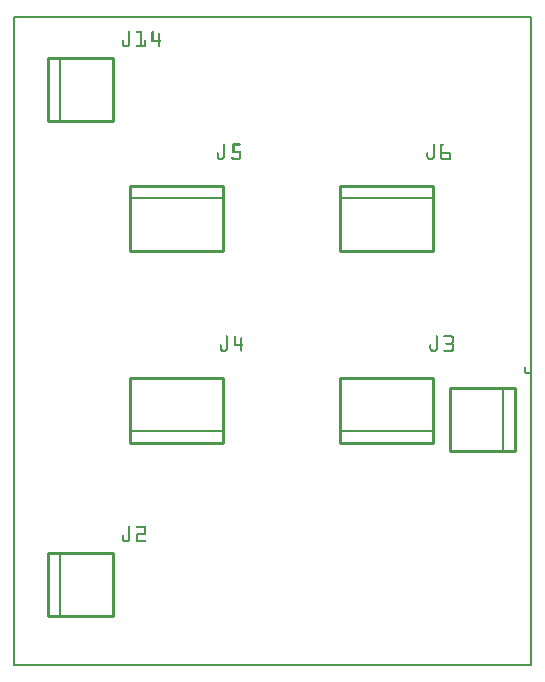
<source format=gto>
G04 MADE WITH FRITZING*
G04 WWW.FRITZING.ORG*
G04 DOUBLE SIDED*
G04 HOLES PLATED*
G04 CONTOUR ON CENTER OF CONTOUR VECTOR*
%ASAXBY*%
%FSLAX23Y23*%
%MOIN*%
%OFA0B0*%
%SFA1.0B1.0*%
%ADD10R,1.732280X2.165350X1.716280X2.149350*%
%ADD11C,0.008000*%
%ADD12C,0.010000*%
%ADD13C,0.005000*%
%ADD14R,0.001000X0.001000*%
%LNSILK1*%
G90*
G70*
G54D11*
X4Y2161D02*
X1728Y2161D01*
X1728Y4D01*
X4Y4D01*
X4Y2161D01*
D02*
G54D12*
X1456Y926D02*
X1456Y716D01*
D02*
X1456Y716D02*
X1672Y716D01*
D02*
X1672Y716D02*
X1672Y926D01*
D02*
X1672Y926D02*
X1456Y926D01*
G54D13*
D02*
X1632Y716D02*
X1632Y926D01*
G54D12*
D02*
X1089Y1383D02*
X1399Y1383D01*
D02*
X1399Y1383D02*
X1399Y1599D01*
D02*
X1399Y1599D02*
X1089Y1599D01*
D02*
X1089Y1599D02*
X1089Y1383D01*
G54D13*
D02*
X1399Y1559D02*
X1089Y1559D01*
G54D12*
D02*
X389Y1383D02*
X699Y1383D01*
D02*
X699Y1383D02*
X699Y1599D01*
D02*
X699Y1599D02*
X389Y1599D01*
D02*
X389Y1599D02*
X389Y1383D01*
G54D13*
D02*
X699Y1559D02*
X389Y1559D01*
G54D12*
D02*
X699Y959D02*
X389Y959D01*
D02*
X389Y959D02*
X389Y743D01*
D02*
X389Y743D02*
X699Y743D01*
D02*
X699Y743D02*
X699Y959D01*
G54D13*
D02*
X389Y783D02*
X699Y783D01*
G54D12*
D02*
X1399Y959D02*
X1089Y959D01*
D02*
X1089Y959D02*
X1089Y743D01*
D02*
X1089Y743D02*
X1399Y743D01*
D02*
X1399Y743D02*
X1399Y959D01*
G54D13*
D02*
X1089Y783D02*
X1399Y783D01*
G54D12*
D02*
X332Y1816D02*
X332Y2026D01*
D02*
X332Y2026D02*
X116Y2026D01*
D02*
X116Y2026D02*
X116Y1816D01*
D02*
X116Y1816D02*
X332Y1816D01*
G54D13*
D02*
X156Y2026D02*
X156Y1816D01*
G54D12*
D02*
X332Y166D02*
X332Y376D01*
D02*
X332Y376D02*
X116Y376D01*
D02*
X116Y376D02*
X116Y166D01*
D02*
X116Y166D02*
X332Y166D01*
G54D13*
D02*
X156Y376D02*
X156Y166D01*
G54D14*
X386Y2115D02*
X389Y2115D01*
X412Y2115D02*
X430Y2115D01*
X464Y2115D02*
X467Y2115D01*
X385Y2114D02*
X390Y2114D01*
X411Y2114D02*
X430Y2114D01*
X463Y2114D02*
X468Y2114D01*
X384Y2113D02*
X390Y2113D01*
X411Y2113D02*
X430Y2113D01*
X462Y2113D02*
X468Y2113D01*
X384Y2112D02*
X390Y2112D01*
X411Y2112D02*
X430Y2112D01*
X462Y2112D02*
X468Y2112D01*
X384Y2111D02*
X390Y2111D01*
X411Y2111D02*
X430Y2111D01*
X462Y2111D02*
X468Y2111D01*
X384Y2110D02*
X390Y2110D01*
X411Y2110D02*
X430Y2110D01*
X462Y2110D02*
X468Y2110D01*
X384Y2109D02*
X390Y2109D01*
X413Y2109D02*
X430Y2109D01*
X462Y2109D02*
X468Y2109D01*
X484Y2109D02*
X488Y2109D01*
X384Y2108D02*
X390Y2108D01*
X424Y2108D02*
X430Y2108D01*
X462Y2108D02*
X468Y2108D01*
X483Y2108D02*
X489Y2108D01*
X384Y2107D02*
X390Y2107D01*
X424Y2107D02*
X430Y2107D01*
X462Y2107D02*
X468Y2107D01*
X483Y2107D02*
X489Y2107D01*
X384Y2106D02*
X390Y2106D01*
X424Y2106D02*
X430Y2106D01*
X462Y2106D02*
X468Y2106D01*
X483Y2106D02*
X489Y2106D01*
X384Y2105D02*
X390Y2105D01*
X424Y2105D02*
X430Y2105D01*
X462Y2105D02*
X468Y2105D01*
X483Y2105D02*
X489Y2105D01*
X384Y2104D02*
X390Y2104D01*
X424Y2104D02*
X430Y2104D01*
X462Y2104D02*
X468Y2104D01*
X483Y2104D02*
X489Y2104D01*
X384Y2103D02*
X390Y2103D01*
X424Y2103D02*
X430Y2103D01*
X462Y2103D02*
X468Y2103D01*
X483Y2103D02*
X489Y2103D01*
X384Y2102D02*
X390Y2102D01*
X424Y2102D02*
X430Y2102D01*
X462Y2102D02*
X468Y2102D01*
X483Y2102D02*
X489Y2102D01*
X384Y2101D02*
X390Y2101D01*
X424Y2101D02*
X430Y2101D01*
X462Y2101D02*
X468Y2101D01*
X483Y2101D02*
X489Y2101D01*
X384Y2100D02*
X390Y2100D01*
X424Y2100D02*
X430Y2100D01*
X462Y2100D02*
X468Y2100D01*
X483Y2100D02*
X489Y2100D01*
X384Y2099D02*
X390Y2099D01*
X424Y2099D02*
X430Y2099D01*
X462Y2099D02*
X468Y2099D01*
X483Y2099D02*
X489Y2099D01*
X384Y2098D02*
X390Y2098D01*
X424Y2098D02*
X430Y2098D01*
X462Y2098D02*
X468Y2098D01*
X483Y2098D02*
X489Y2098D01*
X384Y2097D02*
X390Y2097D01*
X424Y2097D02*
X430Y2097D01*
X462Y2097D02*
X468Y2097D01*
X483Y2097D02*
X489Y2097D01*
X384Y2096D02*
X390Y2096D01*
X424Y2096D02*
X430Y2096D01*
X462Y2096D02*
X468Y2096D01*
X483Y2096D02*
X489Y2096D01*
X384Y2095D02*
X390Y2095D01*
X424Y2095D02*
X430Y2095D01*
X462Y2095D02*
X468Y2095D01*
X483Y2095D02*
X489Y2095D01*
X384Y2094D02*
X390Y2094D01*
X424Y2094D02*
X430Y2094D01*
X462Y2094D02*
X468Y2094D01*
X483Y2094D02*
X489Y2094D01*
X384Y2093D02*
X390Y2093D01*
X424Y2093D02*
X430Y2093D01*
X462Y2093D02*
X468Y2093D01*
X483Y2093D02*
X489Y2093D01*
X384Y2092D02*
X390Y2092D01*
X424Y2092D02*
X430Y2092D01*
X462Y2092D02*
X468Y2092D01*
X483Y2092D02*
X489Y2092D01*
X384Y2091D02*
X390Y2091D01*
X424Y2091D02*
X430Y2091D01*
X462Y2091D02*
X468Y2091D01*
X483Y2091D02*
X489Y2091D01*
X384Y2090D02*
X390Y2090D01*
X424Y2090D02*
X430Y2090D01*
X462Y2090D02*
X468Y2090D01*
X483Y2090D02*
X489Y2090D01*
X384Y2089D02*
X390Y2089D01*
X424Y2089D02*
X430Y2089D01*
X462Y2089D02*
X468Y2089D01*
X483Y2089D02*
X489Y2089D01*
X384Y2088D02*
X390Y2088D01*
X424Y2088D02*
X430Y2088D01*
X462Y2088D02*
X468Y2088D01*
X483Y2088D02*
X489Y2088D01*
X384Y2087D02*
X390Y2087D01*
X424Y2087D02*
X430Y2087D01*
X462Y2087D02*
X468Y2087D01*
X483Y2087D02*
X489Y2087D01*
X365Y2086D02*
X368Y2086D01*
X384Y2086D02*
X390Y2086D01*
X424Y2086D02*
X430Y2086D01*
X440Y2086D02*
X442Y2086D01*
X462Y2086D02*
X491Y2086D01*
X364Y2085D02*
X369Y2085D01*
X384Y2085D02*
X390Y2085D01*
X424Y2085D02*
X430Y2085D01*
X439Y2085D02*
X443Y2085D01*
X462Y2085D02*
X492Y2085D01*
X364Y2084D02*
X369Y2084D01*
X384Y2084D02*
X390Y2084D01*
X424Y2084D02*
X430Y2084D01*
X438Y2084D02*
X444Y2084D01*
X462Y2084D02*
X492Y2084D01*
X364Y2083D02*
X370Y2083D01*
X384Y2083D02*
X390Y2083D01*
X424Y2083D02*
X430Y2083D01*
X438Y2083D02*
X444Y2083D01*
X462Y2083D02*
X492Y2083D01*
X364Y2082D02*
X370Y2082D01*
X384Y2082D02*
X390Y2082D01*
X424Y2082D02*
X430Y2082D01*
X438Y2082D02*
X444Y2082D01*
X462Y2082D02*
X492Y2082D01*
X364Y2081D02*
X370Y2081D01*
X384Y2081D02*
X390Y2081D01*
X424Y2081D02*
X430Y2081D01*
X438Y2081D02*
X444Y2081D01*
X462Y2081D02*
X492Y2081D01*
X364Y2080D02*
X370Y2080D01*
X384Y2080D02*
X390Y2080D01*
X424Y2080D02*
X430Y2080D01*
X438Y2080D02*
X444Y2080D01*
X462Y2080D02*
X491Y2080D01*
X364Y2079D02*
X370Y2079D01*
X384Y2079D02*
X390Y2079D01*
X424Y2079D02*
X430Y2079D01*
X438Y2079D02*
X444Y2079D01*
X483Y2079D02*
X489Y2079D01*
X364Y2078D02*
X370Y2078D01*
X384Y2078D02*
X390Y2078D01*
X424Y2078D02*
X430Y2078D01*
X438Y2078D02*
X444Y2078D01*
X483Y2078D02*
X489Y2078D01*
X364Y2077D02*
X370Y2077D01*
X384Y2077D02*
X390Y2077D01*
X424Y2077D02*
X430Y2077D01*
X438Y2077D02*
X444Y2077D01*
X483Y2077D02*
X489Y2077D01*
X364Y2076D02*
X370Y2076D01*
X384Y2076D02*
X390Y2076D01*
X424Y2076D02*
X430Y2076D01*
X438Y2076D02*
X444Y2076D01*
X483Y2076D02*
X489Y2076D01*
X364Y2075D02*
X370Y2075D01*
X384Y2075D02*
X390Y2075D01*
X424Y2075D02*
X430Y2075D01*
X438Y2075D02*
X444Y2075D01*
X483Y2075D02*
X489Y2075D01*
X364Y2074D02*
X370Y2074D01*
X384Y2074D02*
X390Y2074D01*
X424Y2074D02*
X430Y2074D01*
X438Y2074D02*
X444Y2074D01*
X483Y2074D02*
X489Y2074D01*
X364Y2073D02*
X370Y2073D01*
X384Y2073D02*
X390Y2073D01*
X424Y2073D02*
X430Y2073D01*
X438Y2073D02*
X444Y2073D01*
X483Y2073D02*
X489Y2073D01*
X364Y2072D02*
X370Y2072D01*
X384Y2072D02*
X390Y2072D01*
X424Y2072D02*
X430Y2072D01*
X438Y2072D02*
X444Y2072D01*
X483Y2072D02*
X489Y2072D01*
X364Y2071D02*
X370Y2071D01*
X384Y2071D02*
X390Y2071D01*
X424Y2071D02*
X430Y2071D01*
X438Y2071D02*
X444Y2071D01*
X483Y2071D02*
X489Y2071D01*
X364Y2070D02*
X371Y2070D01*
X383Y2070D02*
X390Y2070D01*
X424Y2070D02*
X430Y2070D01*
X438Y2070D02*
X444Y2070D01*
X483Y2070D02*
X489Y2070D01*
X364Y2069D02*
X372Y2069D01*
X382Y2069D02*
X390Y2069D01*
X424Y2069D02*
X430Y2069D01*
X438Y2069D02*
X444Y2069D01*
X483Y2069D02*
X489Y2069D01*
X365Y2068D02*
X389Y2068D01*
X412Y2068D02*
X444Y2068D01*
X483Y2068D02*
X489Y2068D01*
X365Y2067D02*
X389Y2067D01*
X411Y2067D02*
X444Y2067D01*
X483Y2067D02*
X489Y2067D01*
X366Y2066D02*
X388Y2066D01*
X411Y2066D02*
X444Y2066D01*
X483Y2066D02*
X489Y2066D01*
X367Y2065D02*
X387Y2065D01*
X410Y2065D02*
X444Y2065D01*
X483Y2065D02*
X489Y2065D01*
X368Y2064D02*
X386Y2064D01*
X411Y2064D02*
X444Y2064D01*
X483Y2064D02*
X489Y2064D01*
X369Y2063D02*
X385Y2063D01*
X411Y2063D02*
X443Y2063D01*
X484Y2063D02*
X488Y2063D01*
X372Y2062D02*
X382Y2062D01*
X413Y2062D02*
X442Y2062D01*
X485Y2062D02*
X487Y2062D01*
X733Y1741D02*
X755Y1741D01*
X1429Y1741D02*
X1431Y1741D01*
X700Y1740D02*
X704Y1740D01*
X732Y1740D02*
X758Y1740D01*
X1400Y1740D02*
X1404Y1740D01*
X1426Y1740D02*
X1434Y1740D01*
X700Y1739D02*
X705Y1739D01*
X732Y1739D02*
X759Y1739D01*
X1400Y1739D02*
X1405Y1739D01*
X1426Y1739D02*
X1434Y1739D01*
X699Y1738D02*
X705Y1738D01*
X732Y1738D02*
X759Y1738D01*
X1399Y1738D02*
X1405Y1738D01*
X1425Y1738D02*
X1435Y1738D01*
X699Y1737D02*
X705Y1737D01*
X732Y1737D02*
X759Y1737D01*
X1399Y1737D02*
X1405Y1737D01*
X1425Y1737D02*
X1435Y1737D01*
X699Y1736D02*
X705Y1736D01*
X732Y1736D02*
X759Y1736D01*
X1399Y1736D02*
X1405Y1736D01*
X1425Y1736D02*
X1434Y1736D01*
X699Y1735D02*
X705Y1735D01*
X732Y1735D02*
X758Y1735D01*
X1399Y1735D02*
X1405Y1735D01*
X1425Y1735D02*
X1434Y1735D01*
X699Y1734D02*
X705Y1734D01*
X732Y1734D02*
X755Y1734D01*
X1399Y1734D02*
X1405Y1734D01*
X1425Y1734D02*
X1432Y1734D01*
X699Y1733D02*
X705Y1733D01*
X732Y1733D02*
X738Y1733D01*
X1399Y1733D02*
X1405Y1733D01*
X1425Y1733D02*
X1431Y1733D01*
X699Y1732D02*
X705Y1732D01*
X732Y1732D02*
X738Y1732D01*
X1399Y1732D02*
X1405Y1732D01*
X1425Y1732D02*
X1431Y1732D01*
X699Y1731D02*
X705Y1731D01*
X732Y1731D02*
X738Y1731D01*
X1399Y1731D02*
X1405Y1731D01*
X1425Y1731D02*
X1431Y1731D01*
X699Y1730D02*
X705Y1730D01*
X732Y1730D02*
X738Y1730D01*
X1399Y1730D02*
X1405Y1730D01*
X1425Y1730D02*
X1431Y1730D01*
X699Y1729D02*
X705Y1729D01*
X732Y1729D02*
X738Y1729D01*
X1399Y1729D02*
X1405Y1729D01*
X1425Y1729D02*
X1431Y1729D01*
X699Y1728D02*
X705Y1728D01*
X732Y1728D02*
X738Y1728D01*
X1399Y1728D02*
X1405Y1728D01*
X1425Y1728D02*
X1431Y1728D01*
X699Y1727D02*
X705Y1727D01*
X732Y1727D02*
X738Y1727D01*
X1399Y1727D02*
X1405Y1727D01*
X1425Y1727D02*
X1431Y1727D01*
X699Y1726D02*
X705Y1726D01*
X732Y1726D02*
X738Y1726D01*
X1399Y1726D02*
X1405Y1726D01*
X1425Y1726D02*
X1431Y1726D01*
X699Y1725D02*
X705Y1725D01*
X732Y1725D02*
X738Y1725D01*
X1399Y1725D02*
X1405Y1725D01*
X1425Y1725D02*
X1431Y1725D01*
X699Y1724D02*
X705Y1724D01*
X732Y1724D02*
X738Y1724D01*
X1399Y1724D02*
X1405Y1724D01*
X1425Y1724D02*
X1431Y1724D01*
X699Y1723D02*
X705Y1723D01*
X732Y1723D02*
X738Y1723D01*
X1399Y1723D02*
X1405Y1723D01*
X1425Y1723D02*
X1431Y1723D01*
X699Y1722D02*
X705Y1722D01*
X732Y1722D02*
X738Y1722D01*
X1399Y1722D02*
X1405Y1722D01*
X1425Y1722D02*
X1431Y1722D01*
X699Y1721D02*
X705Y1721D01*
X732Y1721D02*
X738Y1721D01*
X1399Y1721D02*
X1405Y1721D01*
X1425Y1721D02*
X1431Y1721D01*
X699Y1720D02*
X705Y1720D01*
X732Y1720D02*
X738Y1720D01*
X1399Y1720D02*
X1405Y1720D01*
X1425Y1720D02*
X1431Y1720D01*
X699Y1719D02*
X705Y1719D01*
X732Y1719D02*
X738Y1719D01*
X1399Y1719D02*
X1405Y1719D01*
X1425Y1719D02*
X1431Y1719D01*
X699Y1718D02*
X705Y1718D01*
X732Y1718D02*
X738Y1718D01*
X1399Y1718D02*
X1405Y1718D01*
X1425Y1718D02*
X1431Y1718D01*
X699Y1717D02*
X705Y1717D01*
X732Y1717D02*
X754Y1717D01*
X1399Y1717D02*
X1405Y1717D01*
X1425Y1717D02*
X1431Y1717D01*
X699Y1716D02*
X705Y1716D01*
X732Y1716D02*
X756Y1716D01*
X1399Y1716D02*
X1405Y1716D01*
X1425Y1716D02*
X1431Y1716D01*
X699Y1715D02*
X705Y1715D01*
X732Y1715D02*
X757Y1715D01*
X1399Y1715D02*
X1405Y1715D01*
X1425Y1715D02*
X1431Y1715D01*
X699Y1714D02*
X705Y1714D01*
X732Y1714D02*
X758Y1714D01*
X1399Y1714D02*
X1405Y1714D01*
X1425Y1714D02*
X1431Y1714D01*
X699Y1713D02*
X705Y1713D01*
X732Y1713D02*
X758Y1713D01*
X1399Y1713D02*
X1405Y1713D01*
X1425Y1713D02*
X1431Y1713D01*
X699Y1712D02*
X705Y1712D01*
X732Y1712D02*
X759Y1712D01*
X1399Y1712D02*
X1405Y1712D01*
X1425Y1712D02*
X1431Y1712D01*
X680Y1711D02*
X683Y1711D01*
X699Y1711D02*
X705Y1711D01*
X732Y1711D02*
X759Y1711D01*
X1380Y1711D02*
X1383Y1711D01*
X1399Y1711D02*
X1405Y1711D01*
X1425Y1711D02*
X1457Y1711D01*
X679Y1710D02*
X684Y1710D01*
X699Y1710D02*
X705Y1710D01*
X753Y1710D02*
X759Y1710D01*
X1379Y1710D02*
X1384Y1710D01*
X1399Y1710D02*
X1405Y1710D01*
X1425Y1710D02*
X1458Y1710D01*
X679Y1709D02*
X684Y1709D01*
X699Y1709D02*
X705Y1709D01*
X753Y1709D02*
X759Y1709D01*
X1379Y1709D02*
X1384Y1709D01*
X1399Y1709D02*
X1405Y1709D01*
X1425Y1709D02*
X1459Y1709D01*
X679Y1708D02*
X685Y1708D01*
X699Y1708D02*
X705Y1708D01*
X753Y1708D02*
X759Y1708D01*
X1378Y1708D02*
X1384Y1708D01*
X1399Y1708D02*
X1405Y1708D01*
X1425Y1708D02*
X1459Y1708D01*
X679Y1707D02*
X685Y1707D01*
X699Y1707D02*
X705Y1707D01*
X753Y1707D02*
X759Y1707D01*
X1378Y1707D02*
X1384Y1707D01*
X1399Y1707D02*
X1405Y1707D01*
X1425Y1707D02*
X1459Y1707D01*
X679Y1706D02*
X685Y1706D01*
X699Y1706D02*
X705Y1706D01*
X753Y1706D02*
X759Y1706D01*
X1378Y1706D02*
X1384Y1706D01*
X1399Y1706D02*
X1405Y1706D01*
X1425Y1706D02*
X1459Y1706D01*
X679Y1705D02*
X685Y1705D01*
X699Y1705D02*
X705Y1705D01*
X753Y1705D02*
X759Y1705D01*
X1378Y1705D02*
X1384Y1705D01*
X1399Y1705D02*
X1405Y1705D01*
X1425Y1705D02*
X1459Y1705D01*
X679Y1704D02*
X685Y1704D01*
X699Y1704D02*
X705Y1704D01*
X753Y1704D02*
X759Y1704D01*
X1378Y1704D02*
X1384Y1704D01*
X1399Y1704D02*
X1405Y1704D01*
X1425Y1704D02*
X1431Y1704D01*
X1453Y1704D02*
X1459Y1704D01*
X679Y1703D02*
X685Y1703D01*
X699Y1703D02*
X705Y1703D01*
X753Y1703D02*
X759Y1703D01*
X1378Y1703D02*
X1384Y1703D01*
X1399Y1703D02*
X1405Y1703D01*
X1425Y1703D02*
X1431Y1703D01*
X1453Y1703D02*
X1459Y1703D01*
X679Y1702D02*
X685Y1702D01*
X699Y1702D02*
X705Y1702D01*
X753Y1702D02*
X759Y1702D01*
X1378Y1702D02*
X1384Y1702D01*
X1399Y1702D02*
X1405Y1702D01*
X1425Y1702D02*
X1431Y1702D01*
X1453Y1702D02*
X1459Y1702D01*
X679Y1701D02*
X685Y1701D01*
X699Y1701D02*
X705Y1701D01*
X753Y1701D02*
X759Y1701D01*
X1378Y1701D02*
X1384Y1701D01*
X1399Y1701D02*
X1405Y1701D01*
X1425Y1701D02*
X1431Y1701D01*
X1453Y1701D02*
X1459Y1701D01*
X679Y1700D02*
X685Y1700D01*
X699Y1700D02*
X705Y1700D01*
X753Y1700D02*
X759Y1700D01*
X1378Y1700D02*
X1384Y1700D01*
X1399Y1700D02*
X1405Y1700D01*
X1425Y1700D02*
X1431Y1700D01*
X1453Y1700D02*
X1459Y1700D01*
X679Y1699D02*
X685Y1699D01*
X699Y1699D02*
X705Y1699D01*
X753Y1699D02*
X759Y1699D01*
X1378Y1699D02*
X1384Y1699D01*
X1399Y1699D02*
X1405Y1699D01*
X1425Y1699D02*
X1431Y1699D01*
X1453Y1699D02*
X1459Y1699D01*
X679Y1698D02*
X685Y1698D01*
X699Y1698D02*
X705Y1698D01*
X753Y1698D02*
X759Y1698D01*
X1378Y1698D02*
X1384Y1698D01*
X1399Y1698D02*
X1405Y1698D01*
X1425Y1698D02*
X1431Y1698D01*
X1453Y1698D02*
X1459Y1698D01*
X679Y1697D02*
X685Y1697D01*
X699Y1697D02*
X705Y1697D01*
X753Y1697D02*
X759Y1697D01*
X1378Y1697D02*
X1385Y1697D01*
X1399Y1697D02*
X1405Y1697D01*
X1425Y1697D02*
X1431Y1697D01*
X1453Y1697D02*
X1459Y1697D01*
X679Y1696D02*
X685Y1696D01*
X699Y1696D02*
X705Y1696D01*
X727Y1696D02*
X730Y1696D01*
X753Y1696D02*
X759Y1696D01*
X1379Y1696D02*
X1385Y1696D01*
X1399Y1696D02*
X1405Y1696D01*
X1425Y1696D02*
X1431Y1696D01*
X1453Y1696D02*
X1459Y1696D01*
X679Y1695D02*
X686Y1695D01*
X698Y1695D02*
X705Y1695D01*
X726Y1695D02*
X733Y1695D01*
X753Y1695D02*
X759Y1695D01*
X1379Y1695D02*
X1385Y1695D01*
X1398Y1695D02*
X1405Y1695D01*
X1425Y1695D02*
X1431Y1695D01*
X1453Y1695D02*
X1459Y1695D01*
X679Y1694D02*
X687Y1694D01*
X696Y1694D02*
X705Y1694D01*
X726Y1694D02*
X735Y1694D01*
X753Y1694D02*
X759Y1694D01*
X1379Y1694D02*
X1387Y1694D01*
X1396Y1694D02*
X1405Y1694D01*
X1425Y1694D02*
X1431Y1694D01*
X1453Y1694D02*
X1459Y1694D01*
X680Y1693D02*
X704Y1693D01*
X725Y1693D02*
X759Y1693D01*
X1379Y1693D02*
X1404Y1693D01*
X1425Y1693D02*
X1459Y1693D01*
X680Y1692D02*
X704Y1692D01*
X726Y1692D02*
X759Y1692D01*
X1380Y1692D02*
X1404Y1692D01*
X1425Y1692D02*
X1459Y1692D01*
X681Y1691D02*
X703Y1691D01*
X726Y1691D02*
X758Y1691D01*
X1381Y1691D02*
X1403Y1691D01*
X1425Y1691D02*
X1459Y1691D01*
X682Y1690D02*
X702Y1690D01*
X728Y1690D02*
X758Y1690D01*
X1382Y1690D02*
X1402Y1690D01*
X1425Y1690D02*
X1459Y1690D01*
X683Y1689D02*
X701Y1689D01*
X730Y1689D02*
X757Y1689D01*
X1383Y1689D02*
X1401Y1689D01*
X1426Y1689D02*
X1459Y1689D01*
X684Y1688D02*
X699Y1688D01*
X732Y1688D02*
X756Y1688D01*
X1384Y1688D02*
X1399Y1688D01*
X1426Y1688D02*
X1458Y1688D01*
X687Y1687D02*
X696Y1687D01*
X736Y1687D02*
X753Y1687D01*
X1387Y1687D02*
X1396Y1687D01*
X1428Y1687D02*
X1456Y1687D01*
X712Y1101D02*
X712Y1101D01*
X740Y1101D02*
X740Y1101D01*
X1412Y1101D02*
X1412Y1101D01*
X1438Y1101D02*
X1463Y1101D01*
X710Y1100D02*
X714Y1100D01*
X738Y1100D02*
X742Y1100D01*
X1410Y1100D02*
X1414Y1100D01*
X1436Y1100D02*
X1465Y1100D01*
X710Y1099D02*
X715Y1099D01*
X737Y1099D02*
X743Y1099D01*
X1409Y1099D02*
X1415Y1099D01*
X1436Y1099D02*
X1467Y1099D01*
X709Y1098D02*
X715Y1098D01*
X737Y1098D02*
X743Y1098D01*
X1409Y1098D02*
X1415Y1098D01*
X1435Y1098D02*
X1468Y1098D01*
X709Y1097D02*
X715Y1097D01*
X737Y1097D02*
X743Y1097D01*
X1409Y1097D02*
X1415Y1097D01*
X1435Y1097D02*
X1468Y1097D01*
X709Y1096D02*
X715Y1096D01*
X737Y1096D02*
X743Y1096D01*
X1409Y1096D02*
X1415Y1096D01*
X1436Y1096D02*
X1469Y1096D01*
X709Y1095D02*
X715Y1095D01*
X737Y1095D02*
X743Y1095D01*
X760Y1095D02*
X761Y1095D01*
X1409Y1095D02*
X1415Y1095D01*
X1436Y1095D02*
X1469Y1095D01*
X709Y1094D02*
X715Y1094D01*
X737Y1094D02*
X743Y1094D01*
X759Y1094D02*
X763Y1094D01*
X1409Y1094D02*
X1415Y1094D01*
X1462Y1094D02*
X1469Y1094D01*
X709Y1093D02*
X715Y1093D01*
X737Y1093D02*
X743Y1093D01*
X758Y1093D02*
X763Y1093D01*
X1409Y1093D02*
X1415Y1093D01*
X1463Y1093D02*
X1469Y1093D01*
X709Y1092D02*
X715Y1092D01*
X737Y1092D02*
X743Y1092D01*
X758Y1092D02*
X764Y1092D01*
X1409Y1092D02*
X1415Y1092D01*
X1463Y1092D02*
X1469Y1092D01*
X709Y1091D02*
X715Y1091D01*
X737Y1091D02*
X743Y1091D01*
X758Y1091D02*
X764Y1091D01*
X1409Y1091D02*
X1415Y1091D01*
X1463Y1091D02*
X1469Y1091D01*
X709Y1090D02*
X715Y1090D01*
X737Y1090D02*
X743Y1090D01*
X758Y1090D02*
X764Y1090D01*
X1409Y1090D02*
X1415Y1090D01*
X1463Y1090D02*
X1469Y1090D01*
X709Y1089D02*
X715Y1089D01*
X737Y1089D02*
X743Y1089D01*
X758Y1089D02*
X764Y1089D01*
X1409Y1089D02*
X1415Y1089D01*
X1463Y1089D02*
X1469Y1089D01*
X709Y1088D02*
X715Y1088D01*
X737Y1088D02*
X743Y1088D01*
X758Y1088D02*
X764Y1088D01*
X1409Y1088D02*
X1415Y1088D01*
X1463Y1088D02*
X1469Y1088D01*
X709Y1087D02*
X715Y1087D01*
X737Y1087D02*
X743Y1087D01*
X758Y1087D02*
X764Y1087D01*
X1409Y1087D02*
X1415Y1087D01*
X1463Y1087D02*
X1469Y1087D01*
X709Y1086D02*
X715Y1086D01*
X737Y1086D02*
X743Y1086D01*
X758Y1086D02*
X764Y1086D01*
X1409Y1086D02*
X1415Y1086D01*
X1463Y1086D02*
X1469Y1086D01*
X709Y1085D02*
X715Y1085D01*
X737Y1085D02*
X743Y1085D01*
X758Y1085D02*
X764Y1085D01*
X1409Y1085D02*
X1415Y1085D01*
X1463Y1085D02*
X1469Y1085D01*
X709Y1084D02*
X715Y1084D01*
X737Y1084D02*
X743Y1084D01*
X758Y1084D02*
X764Y1084D01*
X1409Y1084D02*
X1415Y1084D01*
X1463Y1084D02*
X1469Y1084D01*
X709Y1083D02*
X715Y1083D01*
X737Y1083D02*
X743Y1083D01*
X758Y1083D02*
X764Y1083D01*
X1409Y1083D02*
X1415Y1083D01*
X1463Y1083D02*
X1469Y1083D01*
X709Y1082D02*
X715Y1082D01*
X737Y1082D02*
X743Y1082D01*
X758Y1082D02*
X764Y1082D01*
X1409Y1082D02*
X1415Y1082D01*
X1463Y1082D02*
X1469Y1082D01*
X709Y1081D02*
X715Y1081D01*
X737Y1081D02*
X743Y1081D01*
X758Y1081D02*
X764Y1081D01*
X1409Y1081D02*
X1415Y1081D01*
X1463Y1081D02*
X1469Y1081D01*
X709Y1080D02*
X715Y1080D01*
X737Y1080D02*
X743Y1080D01*
X758Y1080D02*
X764Y1080D01*
X1409Y1080D02*
X1415Y1080D01*
X1463Y1080D02*
X1469Y1080D01*
X709Y1079D02*
X715Y1079D01*
X737Y1079D02*
X743Y1079D01*
X758Y1079D02*
X764Y1079D01*
X1409Y1079D02*
X1415Y1079D01*
X1462Y1079D02*
X1469Y1079D01*
X709Y1078D02*
X715Y1078D01*
X737Y1078D02*
X743Y1078D01*
X758Y1078D02*
X764Y1078D01*
X1409Y1078D02*
X1415Y1078D01*
X1461Y1078D02*
X1468Y1078D01*
X709Y1077D02*
X715Y1077D01*
X737Y1077D02*
X743Y1077D01*
X758Y1077D02*
X764Y1077D01*
X1409Y1077D02*
X1415Y1077D01*
X1444Y1077D02*
X1468Y1077D01*
X709Y1076D02*
X715Y1076D01*
X737Y1076D02*
X743Y1076D01*
X758Y1076D02*
X764Y1076D01*
X1409Y1076D02*
X1415Y1076D01*
X1443Y1076D02*
X1467Y1076D01*
X709Y1075D02*
X715Y1075D01*
X737Y1075D02*
X743Y1075D01*
X758Y1075D02*
X764Y1075D01*
X1409Y1075D02*
X1415Y1075D01*
X1442Y1075D02*
X1467Y1075D01*
X709Y1074D02*
X715Y1074D01*
X737Y1074D02*
X743Y1074D01*
X758Y1074D02*
X764Y1074D01*
X1409Y1074D02*
X1415Y1074D01*
X1442Y1074D02*
X1466Y1074D01*
X709Y1073D02*
X715Y1073D01*
X737Y1073D02*
X743Y1073D01*
X758Y1073D02*
X764Y1073D01*
X1409Y1073D02*
X1415Y1073D01*
X1442Y1073D02*
X1467Y1073D01*
X709Y1072D02*
X715Y1072D01*
X737Y1072D02*
X743Y1072D01*
X758Y1072D02*
X764Y1072D01*
X1409Y1072D02*
X1415Y1072D01*
X1443Y1072D02*
X1468Y1072D01*
X690Y1071D02*
X693Y1071D01*
X709Y1071D02*
X715Y1071D01*
X737Y1071D02*
X766Y1071D01*
X1390Y1071D02*
X1393Y1071D01*
X1409Y1071D02*
X1415Y1071D01*
X1444Y1071D02*
X1468Y1071D01*
X689Y1070D02*
X694Y1070D01*
X709Y1070D02*
X715Y1070D01*
X737Y1070D02*
X767Y1070D01*
X1389Y1070D02*
X1394Y1070D01*
X1409Y1070D02*
X1415Y1070D01*
X1461Y1070D02*
X1468Y1070D01*
X689Y1069D02*
X694Y1069D01*
X709Y1069D02*
X715Y1069D01*
X737Y1069D02*
X767Y1069D01*
X1389Y1069D02*
X1394Y1069D01*
X1409Y1069D02*
X1415Y1069D01*
X1462Y1069D02*
X1469Y1069D01*
X689Y1068D02*
X695Y1068D01*
X709Y1068D02*
X715Y1068D01*
X737Y1068D02*
X767Y1068D01*
X1388Y1068D02*
X1394Y1068D01*
X1409Y1068D02*
X1415Y1068D01*
X1463Y1068D02*
X1469Y1068D01*
X689Y1067D02*
X695Y1067D01*
X709Y1067D02*
X715Y1067D01*
X737Y1067D02*
X767Y1067D01*
X1388Y1067D02*
X1394Y1067D01*
X1409Y1067D02*
X1415Y1067D01*
X1463Y1067D02*
X1469Y1067D01*
X689Y1066D02*
X695Y1066D01*
X709Y1066D02*
X715Y1066D01*
X737Y1066D02*
X766Y1066D01*
X1388Y1066D02*
X1394Y1066D01*
X1409Y1066D02*
X1415Y1066D01*
X1463Y1066D02*
X1469Y1066D01*
X689Y1065D02*
X695Y1065D01*
X709Y1065D02*
X715Y1065D01*
X737Y1065D02*
X765Y1065D01*
X1388Y1065D02*
X1394Y1065D01*
X1409Y1065D02*
X1415Y1065D01*
X1463Y1065D02*
X1469Y1065D01*
X689Y1064D02*
X695Y1064D01*
X709Y1064D02*
X715Y1064D01*
X758Y1064D02*
X764Y1064D01*
X1388Y1064D02*
X1394Y1064D01*
X1409Y1064D02*
X1415Y1064D01*
X1463Y1064D02*
X1469Y1064D01*
X689Y1063D02*
X695Y1063D01*
X709Y1063D02*
X715Y1063D01*
X758Y1063D02*
X764Y1063D01*
X1388Y1063D02*
X1394Y1063D01*
X1409Y1063D02*
X1415Y1063D01*
X1463Y1063D02*
X1469Y1063D01*
X689Y1062D02*
X695Y1062D01*
X709Y1062D02*
X715Y1062D01*
X758Y1062D02*
X764Y1062D01*
X1388Y1062D02*
X1394Y1062D01*
X1409Y1062D02*
X1415Y1062D01*
X1463Y1062D02*
X1469Y1062D01*
X689Y1061D02*
X695Y1061D01*
X709Y1061D02*
X715Y1061D01*
X758Y1061D02*
X764Y1061D01*
X1388Y1061D02*
X1394Y1061D01*
X1409Y1061D02*
X1415Y1061D01*
X1463Y1061D02*
X1469Y1061D01*
X689Y1060D02*
X695Y1060D01*
X709Y1060D02*
X715Y1060D01*
X758Y1060D02*
X764Y1060D01*
X1388Y1060D02*
X1394Y1060D01*
X1409Y1060D02*
X1415Y1060D01*
X1463Y1060D02*
X1469Y1060D01*
X689Y1059D02*
X695Y1059D01*
X709Y1059D02*
X715Y1059D01*
X758Y1059D02*
X764Y1059D01*
X1388Y1059D02*
X1394Y1059D01*
X1409Y1059D02*
X1415Y1059D01*
X1463Y1059D02*
X1469Y1059D01*
X689Y1058D02*
X695Y1058D01*
X709Y1058D02*
X715Y1058D01*
X758Y1058D02*
X764Y1058D01*
X1388Y1058D02*
X1394Y1058D01*
X1409Y1058D02*
X1415Y1058D01*
X1463Y1058D02*
X1469Y1058D01*
X689Y1057D02*
X695Y1057D01*
X709Y1057D02*
X715Y1057D01*
X758Y1057D02*
X764Y1057D01*
X1388Y1057D02*
X1395Y1057D01*
X1409Y1057D02*
X1415Y1057D01*
X1463Y1057D02*
X1469Y1057D01*
X689Y1056D02*
X695Y1056D01*
X709Y1056D02*
X715Y1056D01*
X758Y1056D02*
X764Y1056D01*
X1389Y1056D02*
X1395Y1056D01*
X1409Y1056D02*
X1415Y1056D01*
X1463Y1056D02*
X1469Y1056D01*
X689Y1055D02*
X696Y1055D01*
X708Y1055D02*
X715Y1055D01*
X758Y1055D02*
X764Y1055D01*
X1389Y1055D02*
X1396Y1055D01*
X1408Y1055D02*
X1415Y1055D01*
X1463Y1055D02*
X1469Y1055D01*
X689Y1054D02*
X698Y1054D01*
X706Y1054D02*
X715Y1054D01*
X758Y1054D02*
X764Y1054D01*
X1389Y1054D02*
X1398Y1054D01*
X1406Y1054D02*
X1415Y1054D01*
X1462Y1054D02*
X1469Y1054D01*
X690Y1053D02*
X714Y1053D01*
X758Y1053D02*
X764Y1053D01*
X1389Y1053D02*
X1414Y1053D01*
X1436Y1053D02*
X1469Y1053D01*
X690Y1052D02*
X714Y1052D01*
X758Y1052D02*
X764Y1052D01*
X1390Y1052D02*
X1414Y1052D01*
X1436Y1052D02*
X1469Y1052D01*
X691Y1051D02*
X713Y1051D01*
X758Y1051D02*
X764Y1051D01*
X1391Y1051D02*
X1413Y1051D01*
X1435Y1051D02*
X1468Y1051D01*
X692Y1050D02*
X712Y1050D01*
X758Y1050D02*
X764Y1050D01*
X1392Y1050D02*
X1412Y1050D01*
X1435Y1050D02*
X1468Y1050D01*
X693Y1049D02*
X711Y1049D01*
X758Y1049D02*
X763Y1049D01*
X1393Y1049D02*
X1411Y1049D01*
X1436Y1049D02*
X1467Y1049D01*
X695Y1048D02*
X709Y1048D01*
X759Y1048D02*
X763Y1048D01*
X1394Y1048D02*
X1409Y1048D01*
X1436Y1048D02*
X1465Y1048D01*
X698Y1047D02*
X705Y1047D01*
X761Y1047D02*
X761Y1047D01*
X1398Y1047D02*
X1405Y1047D01*
X1438Y1047D02*
X1463Y1047D01*
X1727Y1026D02*
X1727Y1026D01*
X1725Y1025D02*
X1729Y1025D01*
X1724Y1024D02*
X1730Y1024D01*
X1724Y1023D02*
X1730Y1023D01*
X1724Y1022D02*
X1730Y1022D01*
X1724Y1021D02*
X1730Y1021D01*
X1724Y1020D02*
X1730Y1020D01*
X1724Y1019D02*
X1730Y1019D01*
X1724Y1018D02*
X1730Y1018D01*
X1724Y1017D02*
X1730Y1017D01*
X1724Y1016D02*
X1730Y1016D01*
X1724Y1015D02*
X1730Y1015D01*
X1724Y1014D02*
X1730Y1014D01*
X1724Y1013D02*
X1730Y1013D01*
X1724Y1012D02*
X1730Y1012D01*
X1724Y1011D02*
X1730Y1011D01*
X1724Y1010D02*
X1730Y1010D01*
X1724Y1009D02*
X1730Y1009D01*
X1724Y1008D02*
X1730Y1008D01*
X1724Y1007D02*
X1730Y1007D01*
X1724Y1006D02*
X1730Y1006D01*
X1724Y1005D02*
X1730Y1005D01*
X1724Y1004D02*
X1730Y1004D01*
X1724Y1003D02*
X1730Y1003D01*
X1724Y1002D02*
X1730Y1002D01*
X1724Y1001D02*
X1730Y1001D01*
X1724Y1000D02*
X1730Y1000D01*
X1724Y999D02*
X1730Y999D01*
X1724Y998D02*
X1730Y998D01*
X1724Y997D02*
X1730Y997D01*
X1705Y996D02*
X1708Y996D01*
X1724Y996D02*
X1730Y996D01*
X1704Y995D02*
X1709Y995D01*
X1724Y995D02*
X1730Y995D01*
X1704Y994D02*
X1709Y994D01*
X1724Y994D02*
X1730Y994D01*
X1703Y993D02*
X1709Y993D01*
X1724Y993D02*
X1730Y993D01*
X1703Y992D02*
X1709Y992D01*
X1724Y992D02*
X1730Y992D01*
X1703Y991D02*
X1709Y991D01*
X1724Y991D02*
X1730Y991D01*
X1703Y990D02*
X1709Y990D01*
X1724Y990D02*
X1730Y990D01*
X1703Y989D02*
X1709Y989D01*
X1724Y989D02*
X1730Y989D01*
X1703Y988D02*
X1709Y988D01*
X1724Y988D02*
X1730Y988D01*
X1703Y987D02*
X1709Y987D01*
X1724Y987D02*
X1730Y987D01*
X1703Y986D02*
X1709Y986D01*
X1724Y986D02*
X1730Y986D01*
X1703Y985D02*
X1709Y985D01*
X1724Y985D02*
X1730Y985D01*
X1703Y984D02*
X1709Y984D01*
X1724Y984D02*
X1730Y984D01*
X1703Y983D02*
X1709Y983D01*
X1724Y983D02*
X1730Y983D01*
X1703Y982D02*
X1710Y982D01*
X1724Y982D02*
X1730Y982D01*
X1704Y981D02*
X1710Y981D01*
X1724Y981D02*
X1730Y981D01*
X1704Y980D02*
X1711Y980D01*
X1723Y980D02*
X1730Y980D01*
X1704Y979D02*
X1713Y979D01*
X1721Y979D02*
X1730Y979D01*
X1704Y978D02*
X1729Y978D01*
X1705Y977D02*
X1729Y977D01*
X1706Y976D02*
X1728Y976D01*
X1707Y975D02*
X1727Y975D01*
X1708Y974D02*
X1726Y974D01*
X1709Y973D02*
X1724Y973D01*
X1713Y972D02*
X1720Y972D01*
X387Y466D02*
X388Y466D01*
X413Y466D02*
X439Y466D01*
X385Y465D02*
X389Y465D01*
X411Y465D02*
X441Y465D01*
X385Y464D02*
X390Y464D01*
X411Y464D02*
X442Y464D01*
X384Y463D02*
X390Y463D01*
X410Y463D02*
X443Y463D01*
X384Y462D02*
X390Y462D01*
X411Y462D02*
X443Y462D01*
X384Y461D02*
X390Y461D01*
X411Y461D02*
X444Y461D01*
X384Y460D02*
X390Y460D01*
X412Y460D02*
X444Y460D01*
X384Y459D02*
X390Y459D01*
X438Y459D02*
X444Y459D01*
X384Y458D02*
X390Y458D01*
X438Y458D02*
X444Y458D01*
X384Y457D02*
X390Y457D01*
X438Y457D02*
X444Y457D01*
X384Y456D02*
X390Y456D01*
X438Y456D02*
X444Y456D01*
X384Y455D02*
X390Y455D01*
X438Y455D02*
X444Y455D01*
X384Y454D02*
X390Y454D01*
X438Y454D02*
X444Y454D01*
X384Y453D02*
X390Y453D01*
X438Y453D02*
X444Y453D01*
X384Y452D02*
X390Y452D01*
X438Y452D02*
X444Y452D01*
X384Y451D02*
X390Y451D01*
X438Y451D02*
X444Y451D01*
X384Y450D02*
X390Y450D01*
X438Y450D02*
X444Y450D01*
X384Y449D02*
X390Y449D01*
X438Y449D02*
X444Y449D01*
X384Y448D02*
X390Y448D01*
X438Y448D02*
X444Y448D01*
X384Y447D02*
X390Y447D01*
X438Y447D02*
X444Y447D01*
X384Y446D02*
X390Y446D01*
X438Y446D02*
X444Y446D01*
X384Y445D02*
X390Y445D01*
X438Y445D02*
X444Y445D01*
X384Y444D02*
X390Y444D01*
X438Y444D02*
X444Y444D01*
X384Y443D02*
X390Y443D01*
X438Y443D02*
X444Y443D01*
X384Y442D02*
X390Y442D01*
X415Y442D02*
X444Y442D01*
X384Y441D02*
X390Y441D01*
X413Y441D02*
X444Y441D01*
X384Y440D02*
X390Y440D01*
X412Y440D02*
X443Y440D01*
X384Y439D02*
X390Y439D01*
X411Y439D02*
X443Y439D01*
X384Y438D02*
X390Y438D01*
X411Y438D02*
X442Y438D01*
X384Y437D02*
X390Y437D01*
X411Y437D02*
X441Y437D01*
X365Y436D02*
X368Y436D01*
X384Y436D02*
X390Y436D01*
X410Y436D02*
X439Y436D01*
X364Y435D02*
X369Y435D01*
X384Y435D02*
X390Y435D01*
X410Y435D02*
X416Y435D01*
X364Y434D02*
X369Y434D01*
X384Y434D02*
X390Y434D01*
X410Y434D02*
X416Y434D01*
X364Y433D02*
X370Y433D01*
X384Y433D02*
X390Y433D01*
X410Y433D02*
X416Y433D01*
X364Y432D02*
X370Y432D01*
X384Y432D02*
X390Y432D01*
X410Y432D02*
X416Y432D01*
X364Y431D02*
X370Y431D01*
X384Y431D02*
X390Y431D01*
X410Y431D02*
X416Y431D01*
X364Y430D02*
X370Y430D01*
X384Y430D02*
X390Y430D01*
X410Y430D02*
X416Y430D01*
X364Y429D02*
X370Y429D01*
X384Y429D02*
X390Y429D01*
X410Y429D02*
X416Y429D01*
X364Y428D02*
X370Y428D01*
X384Y428D02*
X390Y428D01*
X410Y428D02*
X416Y428D01*
X364Y427D02*
X370Y427D01*
X384Y427D02*
X390Y427D01*
X410Y427D02*
X416Y427D01*
X364Y426D02*
X370Y426D01*
X384Y426D02*
X390Y426D01*
X410Y426D02*
X416Y426D01*
X364Y425D02*
X370Y425D01*
X384Y425D02*
X390Y425D01*
X410Y425D02*
X416Y425D01*
X364Y424D02*
X370Y424D01*
X384Y424D02*
X390Y424D01*
X410Y424D02*
X416Y424D01*
X364Y423D02*
X370Y423D01*
X384Y423D02*
X390Y423D01*
X410Y423D02*
X416Y423D01*
X364Y422D02*
X370Y422D01*
X384Y422D02*
X390Y422D01*
X410Y422D02*
X416Y422D01*
X364Y421D02*
X370Y421D01*
X384Y421D02*
X390Y421D01*
X410Y421D02*
X416Y421D01*
X364Y420D02*
X371Y420D01*
X383Y420D02*
X390Y420D01*
X410Y420D02*
X416Y420D01*
X364Y419D02*
X390Y419D01*
X410Y419D02*
X441Y419D01*
X365Y418D02*
X389Y418D01*
X410Y418D02*
X443Y418D01*
X365Y417D02*
X389Y417D01*
X410Y417D02*
X444Y417D01*
X366Y416D02*
X388Y416D01*
X410Y416D02*
X444Y416D01*
X367Y415D02*
X387Y415D01*
X410Y415D02*
X444Y415D01*
X368Y414D02*
X386Y414D01*
X410Y414D02*
X444Y414D01*
X370Y413D02*
X384Y413D01*
X410Y413D02*
X443Y413D01*
D02*
G04 End of Silk1*
M02*
</source>
